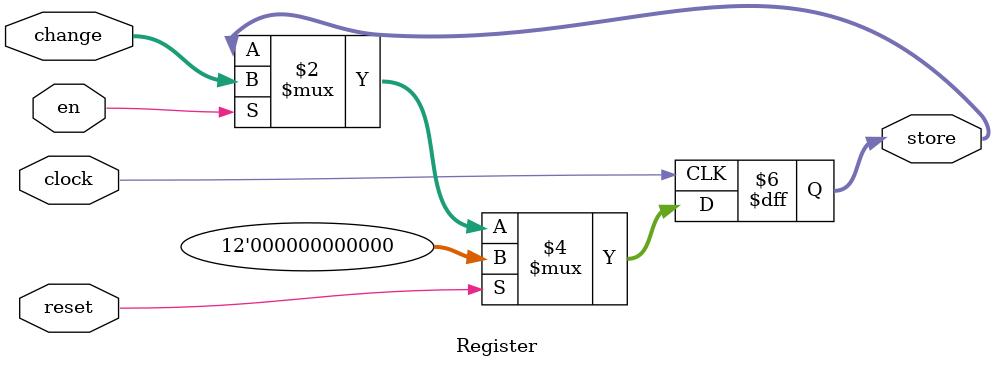
<source format=sv>
`default_nettype none

module grader(
        input logic [11:0] masterPattern, Guess,
        input logic CLOCK_50, reset, GradeIt,
        output logic [3:0] Znarly, Zood);

    logic [3:0] znarly, zood;
    logic [11:0] master_pattern, guess;
    logic sel;

    graderFSM selFSM(.reset,.GradeIt,.sel,.clock(CLOCK_50));

    Register    pat(masterPattern, CLOCK_50, reset, GradeIt, master_pattern),
                gue(Guess, CLOCK_50, reset, GradeIt, guess);

    znarlyCalc  zna(.masterPattern(master_pattern),.Guess(guess), .znarly);
    zoodCalc    zoo(.masterPattern(master_pattern),.Guess(guess), .zood);

    Mux2to1 znar(znarly,4'b0000,sel,Znarly),
            znoo(zood,  4'b0000,sel,Zood  );

endmodule: grader

module graderFSM(
        input logic reset, GradeIt, clock,
        output logic sel);

    enum logic {grade = 1, ngrade = 0} sele,nsel;

    always_ff @ (posedge clock)
        sele <= nsel;

    always_comb begin
        if(GradeIt) nsel = grade;
        if(reset) nsel = ngrade;
        sel = sele;
    end

endmodule: graderFSM

module znarlyCalc(
        input logic [11:0] masterPattern, Guess,
        output logic [3:0] znarly);

    logic Zn1, Zn2, Zn3, Zn4;

    comparator  c1(masterPattern[11:9],Guess[11:9],Zn1),
                c2(masterPattern[8:6], Guess[8:6], Zn2),
                c3(masterPattern[5:3], Guess[5:3], Zn3),
                c4(masterPattern[2:0], Guess[2:0], Zn4);

    adder zsum(Zn1,Zn2,Zn3,Zn4,znarly);

endmodule: znarlyCalc

module zoodCalc(
        input logic [11:0] masterPattern, Guess,
        output logic [3:0] zood);

    logic   Zn1, Zn2, Zn3, Zn4,
            Zo1, Zo2, Zo3, Zo4, Zo5, Zo6,
            Zo7, Zo8, Zo9, Zo10, Zo11, Zo12,
            Zsel1, Zsel2, Zsel3, Zsel4,
            Zno1, Zno2, Zno3, Zno4,
            Zcan1, Zcan2, Zcan3, Zcan4,Zcan5,Zcan6,
            temp86,
            temp531, temp532,
            temp201, temp202, temp203;

    comparator  c1(masterPattern[11:9],Guess[11:9],Zn1),
                c2(masterPattern[8:6], Guess[8:6], Zn2),
                c3(masterPattern[5:3], Guess[5:3], Zn3),
                c4(masterPattern[2:0], Guess[2:0], Zn4);

    comparator  f1(masterPattern[11:9],masterPattern[8:6],Zcan1),
                f2(masterPattern[11:9],masterPattern[5:3],Zcan2),
                f3(masterPattern[11:9],masterPattern[2:0],Zcan3),
                f4(masterPattern[8:6],masterPattern[5:3],Zcan4),
                f5(masterPattern[8:6],masterPattern[2:0],Zcan5),
                f6(masterPattern[5:3],masterPattern[2:0],Zcan6);

    comparator  a1(masterPattern[11:9],Guess[8:6], Zo1),
                a2(masterPattern[11:9],Guess[5:3], Zo2),
                a3(masterPattern[11:9],Guess[2:0], Zo3),
                a4(masterPattern[8:6], Guess[11:9],Zo4),
                a5(masterPattern[8:6], Guess[5:3], Zo5),
                a6(masterPattern[8:6], Guess[2:0], Zo6),
                a7(masterPattern[5:3], Guess[11:9],Zo7),
                a8(masterPattern[5:3], Guess[8:6], Zo8),
                a9(masterPattern[5:3], Guess[2:0], Zo9),
                b1(masterPattern[2:0], Guess[11:9],Zo10),
                b2(masterPattern[2:0], Guess[8:6], Zo11),
                b3(masterPattern[2:0], Guess[5:3], Zo12);

    Or3to1  d1(Zo1,Zo2,Zo3,Zsel1),
            d2(Zo4,Zo5,Zo6,Zsel2),
            d3(Zo7,Zo8,Zo9,Zsel3),
            d4(Zo10,Zo11,Zo12,Zsel4);

    Mux2to1 #(1)    e1(Zsel1, 1'b0, ~Zn1, Zno1),
                    e2(Zsel2, 1'b0, ~Zn2, temp86),
                    e3(Zsel3, 1'b0, ~Zn3, temp531),
                    e4(Zsel4, 1'b0, ~Zn4, temp201);

    Canceller   e5(temp86,Zcan1,Zno2),
                e6(temp531,Zcan2,temp532),
                e7(temp532,Zcan4,Zno3),
                e8(temp201,Zcan3,temp202),
                e9(temp202,Zcan5,temp203),
                e10(temp203,Zcan6,Zno4);

    adder g1(Zno1, Zno2, Zno3, Zno4, zood);

endmodule: zoodCalc

module comparator(
        input logic [2:0] A, B,
        output logic match);

    assign match = (A == B) ? 1 : 0;

endmodule: comparator

module adder(
        input logic A, B, C, D,
        output logic [3:0] sum);

    always_comb begin
        case ({A,B,C,D})
            4'b0000: sum = 4'd0;
            4'b0001: sum = 4'd1;
            4'b0010: sum = 4'd1;
            4'b0011: sum = 4'd2;
            4'b0100: sum = 4'd1;
            4'b0101: sum = 4'd2;
            4'b0110: sum = 4'd2;
            4'b0111: sum = 4'd3;
            4'b1000: sum = 4'd1;
            4'b1001: sum = 4'd2;
            4'b1010: sum = 4'd2;
            4'b1011: sum = 4'd3;
            4'b1100: sum = 4'd2;
            4'b1101: sum = 4'd3;
            4'b1110: sum = 4'd3;
            4'b1111: sum = 4'd4;
        endcase
    end

endmodule: adder

module Mux2to1
        #(parameter WIDTH = 4) (
        input logic [WIDTH-1:0] A, B,
        input logic sel,
        output logic [WIDTH-1:0] out);

    assign out = (sel) ? A : B;

endmodule: Mux2to1

module Or3to1(
        input logic A, B, C,
        output logic out);

    always_comb begin
        case ({A,B,C})
            3'b000: out = 0;
            default: out = 1;
        endcase
    end

endmodule: Or3to1

module Canceller
        (input logic value, overlap,
        output logic out);

    assign out = (overlap) ? 0 : value;

endmodule: Canceller

module Register(
        input logic [11:0] change,
        input logic clock, reset, en,
        output logic [11:0] store);

    always_ff @ (posedge clock) begin
        if (en) store <= change;
        if (reset) store <= 12'b0;
    end

endmodule: Register

</source>
